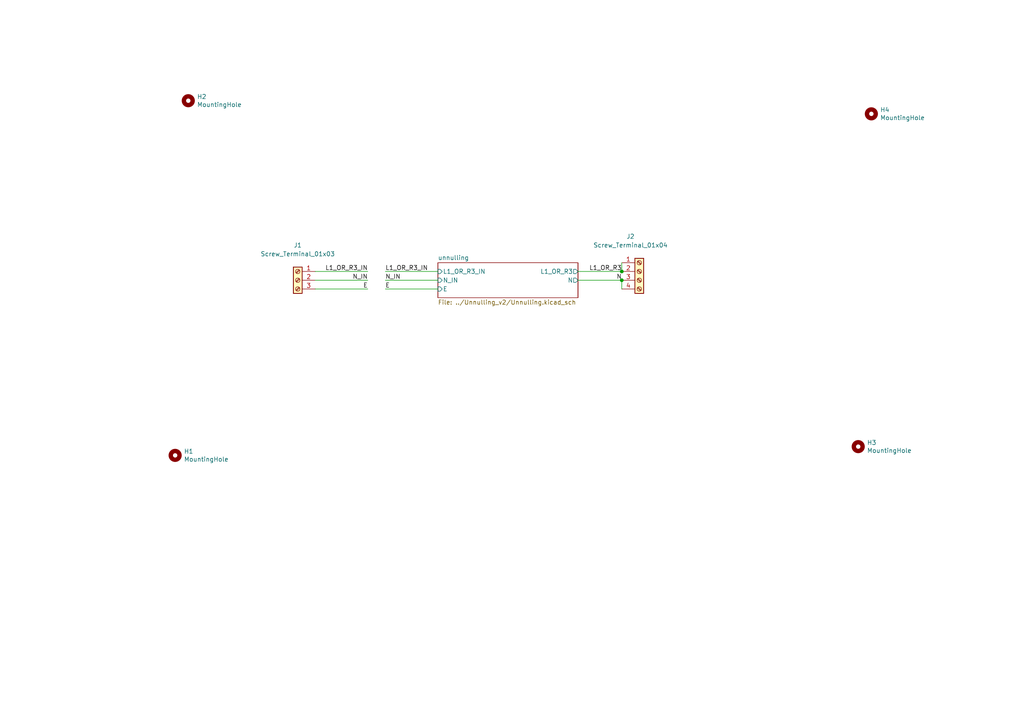
<source format=kicad_sch>
(kicad_sch (version 20231120) (generator "eeschema") (generator_version "8.0")
  (paper "A4")
  (lib_symbols
    (symbol "Connector:Screw_Terminal_01x03" (pin_names (offset 1.016) hide)
      (property "Reference" "J" (at 0 5.08 0))
      (property "Value" "Screw_Terminal_01x03" (at 0 -5.08 0))
      (symbol "Screw_Terminal_01x03_1_1"
        (rectangle (start -1.27 3.81) (end 1.27 -3.81) (stroke (width 0.254)) (fill (type background)))
        (circle (center 0 -2.54) (radius 0.635) (stroke (width 0.1524)))
        (polyline (pts (xy -0.5334 -2.2098) (xy 0.3302 -3.048)) (stroke (width 0.1524)))
        (polyline (pts (xy -0.5334 0.3302) (xy 0.3302 -0.508)) (stroke (width 0.1524)))
        (polyline (pts (xy -0.5334 2.8702) (xy 0.3302 2.032)) (stroke (width 0.1524)))
        (polyline (pts (xy -0.3556 -2.032) (xy 0.508 -2.8702)) (stroke (width 0.1524)))
        (polyline (pts (xy -0.3556 0.508) (xy 0.508 -0.3302)) (stroke (width 0.1524)))
        (polyline (pts (xy -0.3556 3.048) (xy 0.508 2.2098)) (stroke (width 0.1524)))
        (circle (center 0 0) (radius 0.635) (stroke (width 0.1524)))
        (circle (center 0 2.54) (radius 0.635) (stroke (width 0.1524)))
        (pin passive line (at -5.08 2.54 0) (length 3.81) (name "Pin_1") (number "1"))
        (pin passive line (at -5.08 0 0) (length 3.81) (name "Pin_2") (number "2"))
        (pin passive line (at -5.08 -2.54 0) (length 3.81) (name "Pin_3") (number "3"))
      )
    )
    (symbol "Connector:Screw_Terminal_01x04" (pin_names (offset 1.016) hide)
      (property "Reference" "J" (at 0 5.08 0))
      (property "Value" "Screw_Terminal_01x04" (at 0 -7.62 0))
      (symbol "Screw_Terminal_01x04_1_1"
        (rectangle (start -1.27 3.81) (end 1.27 -6.35) (stroke (width 0.254)) (fill (type background)))
        (circle (center 0 -5.08) (radius 0.635) (stroke (width 0.1524)))
        (circle (center 0 -2.54) (radius 0.635) (stroke (width 0.1524)))
        (polyline (pts (xy -0.5334 -4.7498) (xy 0.3302 -5.588)) (stroke (width 0.1524)))
        (polyline (pts (xy -0.5334 -2.2098) (xy 0.3302 -3.048)) (stroke (width 0.1524)))
        (polyline (pts (xy -0.5334 0.3302) (xy 0.3302 -0.508)) (stroke (width 0.1524)))
        (polyline (pts (xy -0.5334 2.8702) (xy 0.3302 2.032)) (stroke (width 0.1524)))
        (polyline (pts (xy -0.3556 -4.572) (xy 0.508 -5.4102)) (stroke (width 0.1524)))
        (polyline (pts (xy -0.3556 -2.032) (xy 0.508 -2.8702)) (stroke (width 0.1524)))
        (polyline (pts (xy -0.3556 0.508) (xy 0.508 -0.3302)) (stroke (width 0.1524)))
        (polyline (pts (xy -0.3556 3.048) (xy 0.508 2.2098)) (stroke (width 0.1524)))
        (circle (center 0 0) (radius 0.635) (stroke (width 0.1524)))
        (circle (center 0 2.54) (radius 0.635) (stroke (width 0.1524)))
        (pin passive line (at -5.08 2.54 0) (length 3.81) (name "Pin_1") (number "1"))
        (pin passive line (at -5.08 0 0) (length 3.81) (name "Pin_2") (number "2"))
        (pin passive line (at -5.08 -2.54 0) (length 3.81) (name "Pin_3") (number "3"))
        (pin passive line (at -5.08 -5.08 0) (length 3.81) (name "Pin_4") (number "4"))
      )
    )
    (symbol "Mechanical:MountingHole" (pin_names (offset 1.016))
      (property "Reference" "H" (at 0 5.08 0))
      (property "Value" "MountingHole" (at 0 3.175 0))
      (symbol "MountingHole_0_1"
        (circle (center 0 0) (radius 1.27) (stroke (width 1.27)))
      )
    )
  )
  (junction (at 180.34 78.74))
  (junction (at 180.34 81.28))
  (wire (pts (xy 106.68 83.82) (xy 91.44 83.82)))
  (wire (pts (xy 91.44 78.74) (xy 106.68 78.74)))
  (wire (pts (xy 111.76 78.74) (xy 127 78.74)))
  (wire (pts (xy 127 83.82) (xy 111.76 83.82)))
  (wire (pts (xy 106.68 81.28) (xy 91.44 81.28)))
  (wire (pts (xy 180.34 81.28) (xy 180.34 83.82)))
  (wire (pts (xy 111.76 81.28) (xy 127 81.28)))
  (wire (pts (xy 180.34 81.28) (xy 167.64 81.28)))
  (wire (pts (xy 180.34 76.2) (xy 180.34 78.74)))
  (wire (pts (xy 180.34 78.74) (xy 167.64 78.74)))
  (label "L1_OR_R3_IN" (at 111.76 78.74 0))
  (label "E" (at 111.76 83.82 0))
  (label "L1_OR_R3" (at 180.34 78.74 180))
  (label "N_IN" (at 111.76 81.28 0))
  (label "N" (at 180.34 81.28 180))
  (label "L1_OR_R3_IN" (at 106.68 78.74 180))
  (label "N_IN" (at 106.68 81.28 180))
  (label "E" (at 106.68 83.82 180))
  (symbol (lib_id "Mechanical:MountingHole") (at 252.73 33.02 0) (unit 1)
    (property "Reference" "H4" (at 255.27 31.8516 0) (effects (justify left)))
    (property "Value" "MountingHole" (at 255.27 34.163 0) (effects (justify left)))
    (property "Footprint" "MountingHole:MountingHole_3.2mm_M3_ISO7380_Pad" (effects (hide yes)))
  )
  (symbol (lib_id "Mechanical:MountingHole") (at 54.61 29.21 0) (unit 1)
    (property "Reference" "H2" (at 57.15 28.0416 0) (effects (justify left)))
    (property "Value" "MountingHole" (at 57.15 30.353 0) (effects (justify left)))
    (property "Footprint" "MountingHole:MountingHole_3.2mm_M3_ISO7380_Pad" (effects (hide yes)))
  )
  (symbol (lib_id "Connector:Screw_Terminal_01x03") (at 86.36 81.28 0) (mirror y) (unit 1)
    (property "Reference" "J1" (at 86.36 71.12 0))
    (property "Value" "Screw_Terminal_01x03" (at 86.36 73.66 0))
    (property "Footprint" "TerminalBlock:TerminalBlock_bornier-3_P5.08mm" (effects (hide yes)))
  )
  (symbol (lib_id "Connector:Screw_Terminal_01x04") (at 185.42 78.74 0) (unit 1)
    (property "Reference" "J2" (at 182.88 68.58 0))
    (property "Value" "Screw_Terminal_01x04" (at 182.88 71.12 0))
    (property "Footprint" "TerminalBlock:TerminalBlock_bornier-4_P5.08mm" (effects (hide yes)))
  )
  (symbol (lib_id "Mechanical:MountingHole") (at 50.8 132.08 0) (unit 1)
    (property "Reference" "H1" (at 53.34 130.9116 0) (effects (justify left)))
    (property "Value" "MountingHole" (at 53.34 133.223 0) (effects (justify left)))
    (property "Footprint" "MountingHole:MountingHole_3.2mm_M3_ISO7380_Pad" (effects (hide yes)))
  )
  (symbol (lib_id "Mechanical:MountingHole") (at 248.92 129.54 0) (unit 1)
    (property "Reference" "H3" (at 251.46 128.3716 0) (effects (justify left)))
    (property "Value" "MountingHole" (at 251.46 130.683 0) (effects (justify left)))
    (property "Footprint" "MountingHole:MountingHole_3.2mm_M3_ISO7380_Pad" (effects (hide yes)))
  )
  (sheet (at 127 76.2) (size 40.64 10.16) (stroke (width 0.1524))
    (property "Sheetname" "unnulling" (at 127 75.4884 0) (effects (justify left bottom)))
    (property "Sheetfile" "../Unnulling_v2/Unnulling.kicad_sch" (at 127 86.9446 0) (effects (justify left top)))
    (pin "L1_OR_R3_IN" input (at 127 78.74 180))
    (pin "N_IN" input (at 127 81.28 180))
    (pin "E" input (at 127 83.82 180))
    (pin "L1_OR_R3" output (at 167.64 78.74 0))
    (pin "N" output (at 167.64 81.28 0))
  )
)
</source>
